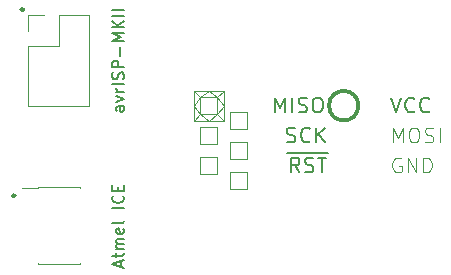
<source format=gbr>
%TF.GenerationSoftware,KiCad,Pcbnew,5.1.6-c6e7f7d~87~ubuntu18.04.1*%
%TF.CreationDate,2020-10-02T11:27:22-04:00*%
%TF.ProjectId,avrisp-pogopin-adapter,61767269-7370-42d7-906f-676f70696e2d,rev?*%
%TF.SameCoordinates,Original*%
%TF.FileFunction,Legend,Top*%
%TF.FilePolarity,Positive*%
%FSLAX46Y46*%
G04 Gerber Fmt 4.6, Leading zero omitted, Abs format (unit mm)*
G04 Created by KiCad (PCBNEW 5.1.6-c6e7f7d~87~ubuntu18.04.1) date 2020-10-02 11:27:22*
%MOMM*%
%LPD*%
G01*
G04 APERTURE LIST*
%ADD10C,0.250000*%
%ADD11C,0.120000*%
%ADD12C,0.350000*%
%ADD13C,0.150000*%
%ADD14C,0.125000*%
G04 APERTURE END LIST*
D10*
X119505000Y-86360000D02*
G75*
G03*
X119505000Y-86360000I-125000J0D01*
G01*
X120243629Y-70592920D02*
G75*
G03*
X120243629Y-70592920I-125000J0D01*
G01*
D11*
X135890000Y-77470000D02*
X135190000Y-78040000D01*
X136590000Y-78040000D02*
X135890000Y-77470000D01*
X136590000Y-78040000D02*
X137160000Y-77470000D01*
X137160000Y-78740000D02*
X136590000Y-78040000D01*
X136590000Y-79440000D02*
X137160000Y-78740000D01*
X136590000Y-79440000D02*
X137160000Y-80010000D01*
X135890000Y-80010000D02*
X136590000Y-79440000D01*
X135190000Y-79440000D02*
X135890000Y-80010000D01*
X135190000Y-79440000D02*
X134620000Y-80010000D01*
X134620000Y-78740000D02*
X135190000Y-79440000D01*
X135190000Y-78040000D02*
X134620000Y-78740000D01*
X134620000Y-77470000D02*
X135190000Y-78040000D01*
X134620000Y-80010000D02*
X134620000Y-77470000D01*
X137160000Y-80010000D02*
X134620000Y-80010000D01*
X137160000Y-77470000D02*
X137160000Y-80010000D01*
X134620000Y-77470000D02*
X137160000Y-77470000D01*
D12*
X148566442Y-78740000D02*
G75*
G03*
X148566442Y-78740000I-1246442J0D01*
G01*
D13*
X128436666Y-92352380D02*
X128436666Y-91876190D01*
X128722380Y-92447619D02*
X127722380Y-92114285D01*
X128722380Y-91780952D01*
X128055714Y-91590476D02*
X128055714Y-91209523D01*
X127722380Y-91447619D02*
X128579523Y-91447619D01*
X128674761Y-91400000D01*
X128722380Y-91304761D01*
X128722380Y-91209523D01*
X128722380Y-90876190D02*
X128055714Y-90876190D01*
X128150952Y-90876190D02*
X128103333Y-90828571D01*
X128055714Y-90733333D01*
X128055714Y-90590476D01*
X128103333Y-90495238D01*
X128198571Y-90447619D01*
X128722380Y-90447619D01*
X128198571Y-90447619D02*
X128103333Y-90400000D01*
X128055714Y-90304761D01*
X128055714Y-90161904D01*
X128103333Y-90066666D01*
X128198571Y-90019047D01*
X128722380Y-90019047D01*
X128674761Y-89161904D02*
X128722380Y-89257142D01*
X128722380Y-89447619D01*
X128674761Y-89542857D01*
X128579523Y-89590476D01*
X128198571Y-89590476D01*
X128103333Y-89542857D01*
X128055714Y-89447619D01*
X128055714Y-89257142D01*
X128103333Y-89161904D01*
X128198571Y-89114285D01*
X128293809Y-89114285D01*
X128389047Y-89590476D01*
X128722380Y-88542857D02*
X128674761Y-88638095D01*
X128579523Y-88685714D01*
X127722380Y-88685714D01*
X128722380Y-87400000D02*
X127722380Y-87400000D01*
X128627142Y-86352380D02*
X128674761Y-86400000D01*
X128722380Y-86542857D01*
X128722380Y-86638095D01*
X128674761Y-86780952D01*
X128579523Y-86876190D01*
X128484285Y-86923809D01*
X128293809Y-86971428D01*
X128150952Y-86971428D01*
X127960476Y-86923809D01*
X127865238Y-86876190D01*
X127770000Y-86780952D01*
X127722380Y-86638095D01*
X127722380Y-86542857D01*
X127770000Y-86400000D01*
X127817619Y-86352380D01*
X128198571Y-85923809D02*
X128198571Y-85590476D01*
X128722380Y-85447619D02*
X128722380Y-85923809D01*
X127722380Y-85923809D01*
X127722380Y-85447619D01*
X128722380Y-78787142D02*
X128198571Y-78787142D01*
X128103333Y-78834761D01*
X128055714Y-78930000D01*
X128055714Y-79120476D01*
X128103333Y-79215714D01*
X128674761Y-78787142D02*
X128722380Y-78882380D01*
X128722380Y-79120476D01*
X128674761Y-79215714D01*
X128579523Y-79263333D01*
X128484285Y-79263333D01*
X128389047Y-79215714D01*
X128341428Y-79120476D01*
X128341428Y-78882380D01*
X128293809Y-78787142D01*
X128055714Y-78406190D02*
X128722380Y-78168095D01*
X128055714Y-77930000D01*
X128722380Y-77549047D02*
X128055714Y-77549047D01*
X128246190Y-77549047D02*
X128150952Y-77501428D01*
X128103333Y-77453809D01*
X128055714Y-77358571D01*
X128055714Y-77263333D01*
X128722380Y-76930000D02*
X127722380Y-76930000D01*
X128674761Y-76501428D02*
X128722380Y-76358571D01*
X128722380Y-76120476D01*
X128674761Y-76025238D01*
X128627142Y-75977619D01*
X128531904Y-75930000D01*
X128436666Y-75930000D01*
X128341428Y-75977619D01*
X128293809Y-76025238D01*
X128246190Y-76120476D01*
X128198571Y-76310952D01*
X128150952Y-76406190D01*
X128103333Y-76453809D01*
X128008095Y-76501428D01*
X127912857Y-76501428D01*
X127817619Y-76453809D01*
X127770000Y-76406190D01*
X127722380Y-76310952D01*
X127722380Y-76072857D01*
X127770000Y-75930000D01*
X128722380Y-75501428D02*
X127722380Y-75501428D01*
X127722380Y-75120476D01*
X127770000Y-75025238D01*
X127817619Y-74977619D01*
X127912857Y-74930000D01*
X128055714Y-74930000D01*
X128150952Y-74977619D01*
X128198571Y-75025238D01*
X128246190Y-75120476D01*
X128246190Y-75501428D01*
X128341428Y-74501428D02*
X128341428Y-73739523D01*
X128722380Y-73263333D02*
X127722380Y-73263333D01*
X128436666Y-72930000D01*
X127722380Y-72596666D01*
X128722380Y-72596666D01*
X128722380Y-72120476D02*
X127722380Y-72120476D01*
X128722380Y-71549047D02*
X128150952Y-71977619D01*
X127722380Y-71549047D02*
X128293809Y-72120476D01*
X128722380Y-71120476D02*
X127722380Y-71120476D01*
X128722380Y-70644285D02*
X127722380Y-70644285D01*
D14*
X152163630Y-83195000D02*
X152044583Y-83135476D01*
X151866011Y-83135476D01*
X151687440Y-83195000D01*
X151568392Y-83314047D01*
X151508869Y-83433095D01*
X151449345Y-83671190D01*
X151449345Y-83849761D01*
X151508869Y-84087857D01*
X151568392Y-84206904D01*
X151687440Y-84325952D01*
X151866011Y-84385476D01*
X151985059Y-84385476D01*
X152163630Y-84325952D01*
X152223154Y-84266428D01*
X152223154Y-83849761D01*
X151985059Y-83849761D01*
X152758869Y-84385476D02*
X152758869Y-83135476D01*
X153473154Y-84385476D01*
X153473154Y-83135476D01*
X154068392Y-84385476D02*
X154068392Y-83135476D01*
X154366011Y-83135476D01*
X154544583Y-83195000D01*
X154663630Y-83314047D01*
X154723154Y-83433095D01*
X154782678Y-83671190D01*
X154782678Y-83849761D01*
X154723154Y-84087857D01*
X154663630Y-84206904D01*
X154544583Y-84325952D01*
X154366011Y-84385476D01*
X154068392Y-84385476D01*
X151508869Y-81845476D02*
X151508869Y-80595476D01*
X151925535Y-81488333D01*
X152342202Y-80595476D01*
X152342202Y-81845476D01*
X153175535Y-80595476D02*
X153413630Y-80595476D01*
X153532678Y-80655000D01*
X153651726Y-80774047D01*
X153711250Y-81012142D01*
X153711250Y-81428809D01*
X153651726Y-81666904D01*
X153532678Y-81785952D01*
X153413630Y-81845476D01*
X153175535Y-81845476D01*
X153056488Y-81785952D01*
X152937440Y-81666904D01*
X152877916Y-81428809D01*
X152877916Y-81012142D01*
X152937440Y-80774047D01*
X153056488Y-80655000D01*
X153175535Y-80595476D01*
X154187440Y-81785952D02*
X154366011Y-81845476D01*
X154663630Y-81845476D01*
X154782678Y-81785952D01*
X154842202Y-81726428D01*
X154901726Y-81607380D01*
X154901726Y-81488333D01*
X154842202Y-81369285D01*
X154782678Y-81309761D01*
X154663630Y-81250238D01*
X154425535Y-81190714D01*
X154306488Y-81131190D01*
X154246964Y-81071666D01*
X154187440Y-80952619D01*
X154187440Y-80833571D01*
X154246964Y-80714523D01*
X154306488Y-80655000D01*
X154425535Y-80595476D01*
X154723154Y-80595476D01*
X154901726Y-80655000D01*
X155437440Y-81845476D02*
X155437440Y-80595476D01*
D13*
X151346547Y-78055476D02*
X151763214Y-79305476D01*
X152179880Y-78055476D01*
X153310833Y-79186428D02*
X153251309Y-79245952D01*
X153072738Y-79305476D01*
X152953690Y-79305476D01*
X152775119Y-79245952D01*
X152656071Y-79126904D01*
X152596547Y-79007857D01*
X152537023Y-78769761D01*
X152537023Y-78591190D01*
X152596547Y-78353095D01*
X152656071Y-78234047D01*
X152775119Y-78115000D01*
X152953690Y-78055476D01*
X153072738Y-78055476D01*
X153251309Y-78115000D01*
X153310833Y-78174523D01*
X154560833Y-79186428D02*
X154501309Y-79245952D01*
X154322738Y-79305476D01*
X154203690Y-79305476D01*
X154025119Y-79245952D01*
X153906071Y-79126904D01*
X153846547Y-79007857D01*
X153787023Y-78769761D01*
X153787023Y-78591190D01*
X153846547Y-78353095D01*
X153906071Y-78234047D01*
X154025119Y-78115000D01*
X154203690Y-78055476D01*
X154322738Y-78055476D01*
X154501309Y-78115000D01*
X154560833Y-78174523D01*
X142559642Y-82725000D02*
X143809642Y-82725000D01*
X143571547Y-84385476D02*
X143154880Y-83790238D01*
X142857261Y-84385476D02*
X142857261Y-83135476D01*
X143333452Y-83135476D01*
X143452500Y-83195000D01*
X143512023Y-83254523D01*
X143571547Y-83373571D01*
X143571547Y-83552142D01*
X143512023Y-83671190D01*
X143452500Y-83730714D01*
X143333452Y-83790238D01*
X142857261Y-83790238D01*
X143809642Y-82725000D02*
X145000119Y-82725000D01*
X144047738Y-84325952D02*
X144226309Y-84385476D01*
X144523928Y-84385476D01*
X144642976Y-84325952D01*
X144702500Y-84266428D01*
X144762023Y-84147380D01*
X144762023Y-84028333D01*
X144702500Y-83909285D01*
X144642976Y-83849761D01*
X144523928Y-83790238D01*
X144285833Y-83730714D01*
X144166785Y-83671190D01*
X144107261Y-83611666D01*
X144047738Y-83492619D01*
X144047738Y-83373571D01*
X144107261Y-83254523D01*
X144166785Y-83195000D01*
X144285833Y-83135476D01*
X144583452Y-83135476D01*
X144762023Y-83195000D01*
X145000119Y-82725000D02*
X145952500Y-82725000D01*
X145119166Y-83135476D02*
X145833452Y-83135476D01*
X145476309Y-84385476D02*
X145476309Y-83135476D01*
X142500119Y-81785952D02*
X142678690Y-81845476D01*
X142976309Y-81845476D01*
X143095357Y-81785952D01*
X143154880Y-81726428D01*
X143214404Y-81607380D01*
X143214404Y-81488333D01*
X143154880Y-81369285D01*
X143095357Y-81309761D01*
X142976309Y-81250238D01*
X142738214Y-81190714D01*
X142619166Y-81131190D01*
X142559642Y-81071666D01*
X142500119Y-80952619D01*
X142500119Y-80833571D01*
X142559642Y-80714523D01*
X142619166Y-80655000D01*
X142738214Y-80595476D01*
X143035833Y-80595476D01*
X143214404Y-80655000D01*
X144464404Y-81726428D02*
X144404880Y-81785952D01*
X144226309Y-81845476D01*
X144107261Y-81845476D01*
X143928690Y-81785952D01*
X143809642Y-81666904D01*
X143750119Y-81547857D01*
X143690595Y-81309761D01*
X143690595Y-81131190D01*
X143750119Y-80893095D01*
X143809642Y-80774047D01*
X143928690Y-80655000D01*
X144107261Y-80595476D01*
X144226309Y-80595476D01*
X144404880Y-80655000D01*
X144464404Y-80714523D01*
X145000119Y-81845476D02*
X145000119Y-80595476D01*
X145714404Y-81845476D02*
X145178690Y-81131190D01*
X145714404Y-80595476D02*
X145000119Y-81309761D01*
X141545714Y-79305476D02*
X141545714Y-78055476D01*
X141962380Y-78948333D01*
X142379047Y-78055476D01*
X142379047Y-79305476D01*
X142974285Y-79305476D02*
X142974285Y-78055476D01*
X143510000Y-79245952D02*
X143688571Y-79305476D01*
X143986190Y-79305476D01*
X144105238Y-79245952D01*
X144164761Y-79186428D01*
X144224285Y-79067380D01*
X144224285Y-78948333D01*
X144164761Y-78829285D01*
X144105238Y-78769761D01*
X143986190Y-78710238D01*
X143748095Y-78650714D01*
X143629047Y-78591190D01*
X143569523Y-78531666D01*
X143510000Y-78412619D01*
X143510000Y-78293571D01*
X143569523Y-78174523D01*
X143629047Y-78115000D01*
X143748095Y-78055476D01*
X144045714Y-78055476D01*
X144224285Y-78115000D01*
X144998095Y-78055476D02*
X145236190Y-78055476D01*
X145355238Y-78115000D01*
X145474285Y-78234047D01*
X145533809Y-78472142D01*
X145533809Y-78888809D01*
X145474285Y-79126904D01*
X145355238Y-79245952D01*
X145236190Y-79305476D01*
X144998095Y-79305476D01*
X144879047Y-79245952D01*
X144760000Y-79126904D01*
X144700476Y-78888809D01*
X144700476Y-78472142D01*
X144760000Y-78234047D01*
X144879047Y-78115000D01*
X144998095Y-78055476D01*
D11*
%TO.C,TP12*%
X135190000Y-83120000D02*
X136590000Y-83120000D01*
X136590000Y-83120000D02*
X136590000Y-84520000D01*
X136590000Y-84520000D02*
X135190000Y-84520000D01*
X135190000Y-84520000D02*
X135190000Y-83120000D01*
%TO.C,TP11*%
X137730000Y-84390000D02*
X139130000Y-84390000D01*
X139130000Y-84390000D02*
X139130000Y-85790000D01*
X139130000Y-85790000D02*
X137730000Y-85790000D01*
X137730000Y-85790000D02*
X137730000Y-84390000D01*
%TO.C,TP10*%
X135190000Y-80580000D02*
X136590000Y-80580000D01*
X136590000Y-80580000D02*
X136590000Y-81980000D01*
X136590000Y-81980000D02*
X135190000Y-81980000D01*
X135190000Y-81980000D02*
X135190000Y-80580000D01*
%TO.C,TP9*%
X137730000Y-81850000D02*
X139130000Y-81850000D01*
X139130000Y-81850000D02*
X139130000Y-83250000D01*
X139130000Y-83250000D02*
X137730000Y-83250000D01*
X137730000Y-83250000D02*
X137730000Y-81850000D01*
%TO.C,TP8*%
X137730000Y-79310000D02*
X139130000Y-79310000D01*
X139130000Y-79310000D02*
X139130000Y-80710000D01*
X139130000Y-80710000D02*
X137730000Y-80710000D01*
X137730000Y-80710000D02*
X137730000Y-79310000D01*
%TO.C,TP7*%
X135190000Y-78040000D02*
X136590000Y-78040000D01*
X136590000Y-78040000D02*
X136590000Y-79440000D01*
X136590000Y-79440000D02*
X135190000Y-79440000D01*
X135190000Y-79440000D02*
X135190000Y-78040000D01*
%TO.C,J2*%
X120590000Y-78800000D02*
X125790000Y-78800000D01*
X120590000Y-73660000D02*
X120590000Y-78800000D01*
X125790000Y-71060000D02*
X125790000Y-78800000D01*
X120590000Y-73660000D02*
X123190000Y-73660000D01*
X123190000Y-73660000D02*
X123190000Y-71060000D01*
X123190000Y-71060000D02*
X125790000Y-71060000D01*
X120590000Y-72390000D02*
X120590000Y-71060000D01*
X120590000Y-71060000D02*
X121920000Y-71060000D01*
%TO.C,J1*%
X121430000Y-85665000D02*
X124960000Y-85665000D01*
X121430000Y-92135000D02*
X124960000Y-92135000D01*
X120105000Y-85730000D02*
X121430000Y-85730000D01*
X121430000Y-85665000D02*
X121430000Y-85730000D01*
X124960000Y-85665000D02*
X124960000Y-85730000D01*
X121430000Y-92070000D02*
X121430000Y-92135000D01*
X124960000Y-92070000D02*
X124960000Y-92135000D01*
%TD*%
M02*

</source>
